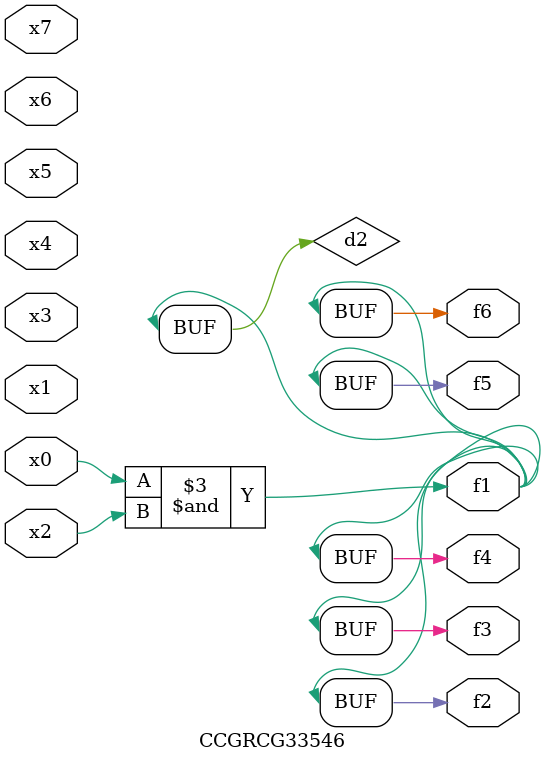
<source format=v>
module CCGRCG33546(
	input x0, x1, x2, x3, x4, x5, x6, x7,
	output f1, f2, f3, f4, f5, f6
);

	wire d1, d2;

	nor (d1, x3, x6);
	and (d2, x0, x2);
	assign f1 = d2;
	assign f2 = d2;
	assign f3 = d2;
	assign f4 = d2;
	assign f5 = d2;
	assign f6 = d2;
endmodule

</source>
